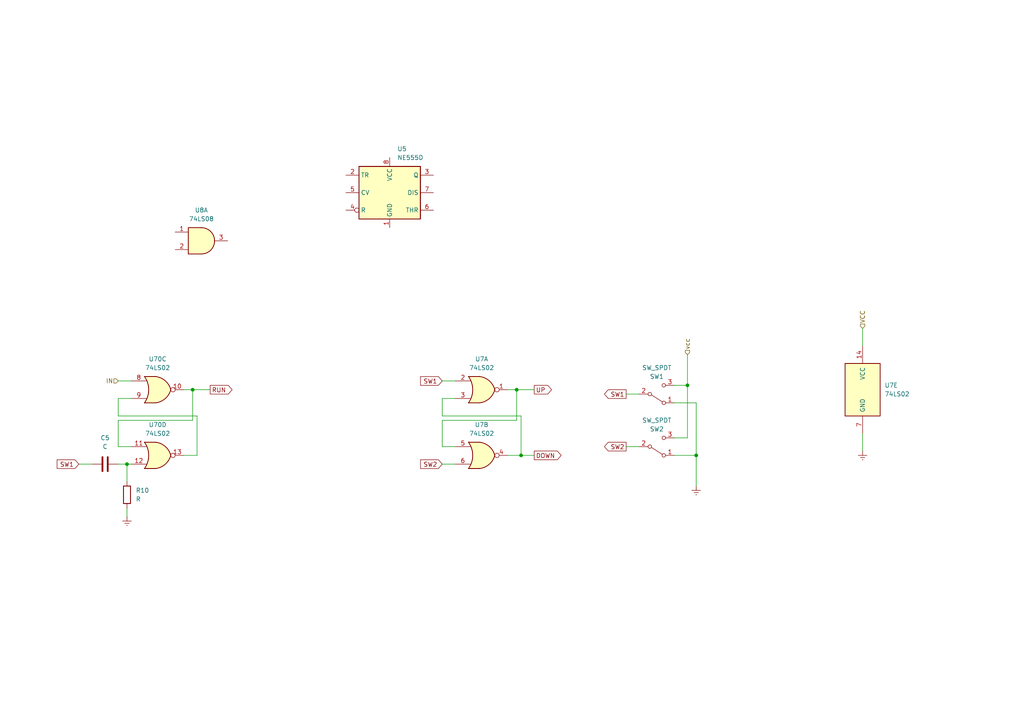
<source format=kicad_sch>
(kicad_sch (version 20230121) (generator eeschema)
  (paper "A4")
  (lib_symbols
    (symbol "74xx:74LS02" (pin_names (offset 1.016))
      (property "Reference" "U" (at 0 1.27 0))
      (property "Value" "74LS02" (at 0 -1.27 0))
      (symbol "74LS02_1_1"
        (arc (start -3.81 -3.81) (mid -2.589 0) (end -3.81 3.81) (stroke (width 0.254)))
        (arc (start -0.6096 -3.81) (mid 2.1842 -2.5851) (end 3.81 0) (stroke (width 0.254)) (fill (type background)))
        (polyline (pts (xy -3.81 -3.81) (xy -0.635 -3.81)) (stroke (width 0.254)) (fill (type background)))
        (polyline (pts (xy -3.81 3.81) (xy -0.635 3.81)) (stroke (width 0.254)) (fill (type background)))
        (polyline (pts (xy -0.635 3.81) (xy -3.81 3.81) (xy -3.81 3.81) (xy -3.556 3.4036) (xy -3.0226 2.2606) (xy -2.6924 1.0414) (xy -2.6162 -0.254) (xy -2.7686 -1.4986) (xy -3.175 -2.7178) (xy -3.81 -3.81) (xy -3.81 -3.81) (xy -0.635 -3.81)) (stroke (width -25.4)) (fill (type background)))
        (arc (start 3.81 0) (mid 2.1915 2.5936) (end -0.6096 3.81) (stroke (width 0.254)) (fill (type background)))
        (pin output inverted (at 7.62 0 180) (length 3.81) (name "~") (number "1"))
        (pin input line (at -7.62 2.54 0) (length 4.318) (name "~") (number "2"))
        (pin input line (at -7.62 -2.54 0) (length 4.318) (name "~") (number "3"))
      )
      (symbol "74LS02_1_2"
        (arc (start 0 -3.81) (mid 3.7934 0) (end 0 3.81) (stroke (width 0.254)) (fill (type background)))
        (polyline (pts (xy 0 3.81) (xy -3.81 3.81) (xy -3.81 -3.81) (xy 0 -3.81)) (stroke (width 0.254)) (fill (type background)))
        (pin output line (at 7.62 0 180) (length 3.81) (name "~") (number "1"))
        (pin input inverted (at -7.62 2.54 0) (length 3.81) (name "~") (number "2"))
        (pin input inverted (at -7.62 -2.54 0) (length 3.81) (name "~") (number "3"))
      )
      (symbol "74LS02_2_1"
        (arc (start -3.81 -3.81) (mid -2.589 0) (end -3.81 3.81) (stroke (width 0.254)))
        (arc (start -0.6096 -3.81) (mid 2.1842 -2.5851) (end 3.81 0) (stroke (width 0.254)) (fill (type background)))
        (polyline (pts (xy -3.81 -3.81) (xy -0.635 -3.81)) (stroke (width 0.254)) (fill (type background)))
        (polyline (pts (xy -3.81 3.81) (xy -0.635 3.81)) (stroke (width 0.254)) (fill (type background)))
        (polyline (pts (xy -0.635 3.81) (xy -3.81 3.81) (xy -3.81 3.81) (xy -3.556 3.4036) (xy -3.0226 2.2606) (xy -2.6924 1.0414) (xy -2.6162 -0.254) (xy -2.7686 -1.4986) (xy -3.175 -2.7178) (xy -3.81 -3.81) (xy -3.81 -3.81) (xy -0.635 -3.81)) (stroke (width -25.4)) (fill (type background)))
        (arc (start 3.81 0) (mid 2.1915 2.5936) (end -0.6096 3.81) (stroke (width 0.254)) (fill (type background)))
        (pin output inverted (at 7.62 0 180) (length 3.81) (name "~") (number "4"))
        (pin input line (at -7.62 2.54 0) (length 4.318) (name "~") (number "5"))
        (pin input line (at -7.62 -2.54 0) (length 4.318) (name "~") (number "6"))
      )
      (symbol "74LS02_2_2"
        (arc (start 0 -3.81) (mid 3.7934 0) (end 0 3.81) (stroke (width 0.254)) (fill (type background)))
        (polyline (pts (xy 0 3.81) (xy -3.81 3.81) (xy -3.81 -3.81) (xy 0 -3.81)) (stroke (width 0.254)) (fill (type background)))
        (pin output line (at 7.62 0 180) (length 3.81) (name "~") (number "4"))
        (pin input inverted (at -7.62 2.54 0) (length 3.81) (name "~") (number "5"))
        (pin input inverted (at -7.62 -2.54 0) (length 3.81) (name "~") (number "6"))
      )
      (symbol "74LS02_3_1"
        (arc (start -3.81 -3.81) (mid -2.589 0) (end -3.81 3.81) (stroke (width 0.254)))
        (arc (start -0.6096 -3.81) (mid 2.1842 -2.5851) (end 3.81 0) (stroke (width 0.254)) (fill (type background)))
        (polyline (pts (xy -3.81 -3.81) (xy -0.635 -3.81)) (stroke (width 0.254)) (fill (type background)))
        (polyline (pts (xy -3.81 3.81) (xy -0.635 3.81)) (stroke (width 0.254)) (fill (type background)))
        (polyline (pts (xy -0.635 3.81) (xy -3.81 3.81) (xy -3.81 3.81) (xy -3.556 3.4036) (xy -3.0226 2.2606) (xy -2.6924 1.0414) (xy -2.6162 -0.254) (xy -2.7686 -1.4986) (xy -3.175 -2.7178) (xy -3.81 -3.81) (xy -3.81 -3.81) (xy -0.635 -3.81)) (stroke (width -25.4)) (fill (type background)))
        (arc (start 3.81 0) (mid 2.1915 2.5936) (end -0.6096 3.81) (stroke (width 0.254)) (fill (type background)))
        (pin output inverted (at 7.62 0 180) (length 3.81) (name "~") (number "10"))
        (pin input line (at -7.62 2.54 0) (length 4.318) (name "~") (number "8"))
        (pin input line (at -7.62 -2.54 0) (length 4.318) (name "~") (number "9"))
      )
      (symbol "74LS02_3_2"
        (arc (start 0 -3.81) (mid 3.7934 0) (end 0 3.81) (stroke (width 0.254)) (fill (type background)))
        (polyline (pts (xy 0 3.81) (xy -3.81 3.81) (xy -3.81 -3.81) (xy 0 -3.81)) (stroke (width 0.254)) (fill (type background)))
        (pin output line (at 7.62 0 180) (length 3.81) (name "~") (number "10"))
        (pin input inverted (at -7.62 2.54 0) (length 3.81) (name "~") (number "8"))
        (pin input inverted (at -7.62 -2.54 0) (length 3.81) (name "~") (number "9"))
      )
      (symbol "74LS02_4_1"
        (arc (start -3.81 -3.81) (mid -2.589 0) (end -3.81 3.81) (stroke (width 0.254)))
        (arc (start -0.6096 -3.81) (mid 2.1842 -2.5851) (end 3.81 0) (stroke (width 0.254)) (fill (type background)))
        (polyline (pts (xy -3.81 -3.81) (xy -0.635 -3.81)) (stroke (width 0.254)) (fill (type background)))
        (polyline (pts (xy -3.81 3.81) (xy -0.635 3.81)) (stroke (width 0.254)) (fill (type background)))
        (polyline (pts (xy -0.635 3.81) (xy -3.81 3.81) (xy -3.81 3.81) (xy -3.556 3.4036) (xy -3.0226 2.2606) (xy -2.6924 1.0414) (xy -2.6162 -0.254) (xy -2.7686 -1.4986) (xy -3.175 -2.7178) (xy -3.81 -3.81) (xy -3.81 -3.81) (xy -0.635 -3.81)) (stroke (width -25.4)) (fill (type background)))
        (arc (start 3.81 0) (mid 2.1915 2.5936) (end -0.6096 3.81) (stroke (width 0.254)) (fill (type background)))
        (pin input line (at -7.62 2.54 0) (length 4.318) (name "~") (number "11"))
        (pin input line (at -7.62 -2.54 0) (length 4.318) (name "~") (number "12"))
        (pin output inverted (at 7.62 0 180) (length 3.81) (name "~") (number "13"))
      )
      (symbol "74LS02_4_2"
        (arc (start 0 -3.81) (mid 3.7934 0) (end 0 3.81) (stroke (width 0.254)) (fill (type background)))
        (polyline (pts (xy 0 3.81) (xy -3.81 3.81) (xy -3.81 -3.81) (xy 0 -3.81)) (stroke (width 0.254)) (fill (type background)))
        (pin input inverted (at -7.62 2.54 0) (length 3.81) (name "~") (number "11"))
        (pin input inverted (at -7.62 -2.54 0) (length 3.81) (name "~") (number "12"))
        (pin output line (at 7.62 0 180) (length 3.81) (name "~") (number "13"))
      )
      (symbol "74LS02_5_0"
        (pin power_in line (at 0 12.7 270) (length 5.08) (name "VCC") (number "14"))
        (pin power_in line (at 0 -12.7 90) (length 5.08) (name "GND") (number "7"))
      )
      (symbol "74LS02_5_1"
        (rectangle (start -5.08 7.62) (end 5.08 -7.62) (stroke (width 0.254)) (fill (type background)))
      )
    )
    (symbol "74xx:74LS08" (pin_names (offset 1.016))
      (property "Reference" "U" (at 0 1.27 0))
      (property "Value" "74LS08" (at 0 -1.27 0))
      (symbol "74LS08_1_1"
        (arc (start 0 -3.81) (mid 3.7934 0) (end 0 3.81) (stroke (width 0.254)) (fill (type background)))
        (polyline (pts (xy 0 3.81) (xy -3.81 3.81) (xy -3.81 -3.81) (xy 0 -3.81)) (stroke (width 0.254)) (fill (type background)))
        (pin input line (at -7.62 2.54 0) (length 3.81) (name "~") (number "1"))
        (pin input line (at -7.62 -2.54 0) (length 3.81) (name "~") (number "2"))
        (pin output line (at 7.62 0 180) (length 3.81) (name "~") (number "3"))
      )
      (symbol "74LS08_1_2"
        (arc (start -3.81 -3.81) (mid -2.589 0) (end -3.81 3.81) (stroke (width 0.254)))
        (arc (start -0.6096 -3.81) (mid 2.1842 -2.5851) (end 3.81 0) (stroke (width 0.254)) (fill (type background)))
        (polyline (pts (xy -3.81 -3.81) (xy -0.635 -3.81)) (stroke (width 0.254)) (fill (type background)))
        (polyline (pts (xy -3.81 3.81) (xy -0.635 3.81)) (stroke (width 0.254)) (fill (type background)))
        (polyline (pts (xy -0.635 3.81) (xy -3.81 3.81) (xy -3.81 3.81) (xy -3.556 3.4036) (xy -3.0226 2.2606) (xy -2.6924 1.0414) (xy -2.6162 -0.254) (xy -2.7686 -1.4986) (xy -3.175 -2.7178) (xy -3.81 -3.81) (xy -3.81 -3.81) (xy -0.635 -3.81)) (stroke (width -25.4)) (fill (type background)))
        (arc (start 3.81 0) (mid 2.1915 2.5936) (end -0.6096 3.81) (stroke (width 0.254)) (fill (type background)))
        (pin input inverted (at -7.62 2.54 0) (length 4.318) (name "~") (number "1"))
        (pin input inverted (at -7.62 -2.54 0) (length 4.318) (name "~") (number "2"))
        (pin output inverted (at 7.62 0 180) (length 3.81) (name "~") (number "3"))
      )
      (symbol "74LS08_2_1"
        (arc (start 0 -3.81) (mid 3.7934 0) (end 0 3.81) (stroke (width 0.254)) (fill (type background)))
        (polyline (pts (xy 0 3.81) (xy -3.81 3.81) (xy -3.81 -3.81) (xy 0 -3.81)) (stroke (width 0.254)) (fill (type background)))
        (pin input line (at -7.62 2.54 0) (length 3.81) (name "~") (number "4"))
        (pin input line (at -7.62 -2.54 0) (length 3.81) (name "~") (number "5"))
        (pin output line (at 7.62 0 180) (length 3.81) (name "~") (number "6"))
      )
      (symbol "74LS08_2_2"
        (arc (start -3.81 -3.81) (mid -2.589 0) (end -3.81 3.81) (stroke (width 0.254)))
        (arc (start -0.6096 -3.81) (mid 2.1842 -2.5851) (end 3.81 0) (stroke (width 0.254)) (fill (type background)))
        (polyline (pts (xy -3.81 -3.81) (xy -0.635 -3.81)) (stroke (width 0.254)) (fill (type background)))
        (polyline (pts (xy -3.81 3.81) (xy -0.635 3.81)) (stroke (width 0.254)) (fill (type background)))
        (polyline (pts (xy -0.635 3.81) (xy -3.81 3.81) (xy -3.81 3.81) (xy -3.556 3.4036) (xy -3.0226 2.2606) (xy -2.6924 1.0414) (xy -2.6162 -0.254) (xy -2.7686 -1.4986) (xy -3.175 -2.7178) (xy -3.81 -3.81) (xy -3.81 -3.81) (xy -0.635 -3.81)) (stroke (width -25.4)) (fill (type background)))
        (arc (start 3.81 0) (mid 2.1915 2.5936) (end -0.6096 3.81) (stroke (width 0.254)) (fill (type background)))
        (pin input inverted (at -7.62 2.54 0) (length 4.318) (name "~") (number "4"))
        (pin input inverted (at -7.62 -2.54 0) (length 4.318) (name "~") (number "5"))
        (pin output inverted (at 7.62 0 180) (length 3.81) (name "~") (number "6"))
      )
      (symbol "74LS08_3_1"
        (arc (start 0 -3.81) (mid 3.7934 0) (end 0 3.81) (stroke (width 0.254)) (fill (type background)))
        (polyline (pts (xy 0 3.81) (xy -3.81 3.81) (xy -3.81 -3.81) (xy 0 -3.81)) (stroke (width 0.254)) (fill (type background)))
        (pin input line (at -7.62 -2.54 0) (length 3.81) (name "~") (number "10"))
        (pin output line (at 7.62 0 180) (length 3.81) (name "~") (number "8"))
        (pin input line (at -7.62 2.54 0) (length 3.81) (name "~") (number "9"))
      )
      (symbol "74LS08_3_2"
        (arc (start -3.81 -3.81) (mid -2.589 0) (end -3.81 3.81) (stroke (width 0.254)))
        (arc (start -0.6096 -3.81) (mid 2.1842 -2.5851) (end 3.81 0) (stroke (width 0.254)) (fill (type background)))
        (polyline (pts (xy -3.81 -3.81) (xy -0.635 -3.81)) (stroke (width 0.254)) (fill (type background)))
        (polyline (pts (xy -3.81 3.81) (xy -0.635 3.81)) (stroke (width 0.254)) (fill (type background)))
        (polyline (pts (xy -0.635 3.81) (xy -3.81 3.81) (xy -3.81 3.81) (xy -3.556 3.4036) (xy -3.0226 2.2606) (xy -2.6924 1.0414) (xy -2.6162 -0.254) (xy -2.7686 -1.4986) (xy -3.175 -2.7178) (xy -3.81 -3.81) (xy -3.81 -3.81) (xy -0.635 -3.81)) (stroke (width -25.4)) (fill (type background)))
        (arc (start 3.81 0) (mid 2.1915 2.5936) (end -0.6096 3.81) (stroke (width 0.254)) (fill (type background)))
        (pin input inverted (at -7.62 -2.54 0) (length 4.318) (name "~") (number "10"))
        (pin output inverted (at 7.62 0 180) (length 3.81) (name "~") (number "8"))
        (pin input inverted (at -7.62 2.54 0) (length 4.318) (name "~") (number "9"))
      )
      (symbol "74LS08_4_1"
        (arc (start 0 -3.81) (mid 3.7934 0) (end 0 3.81) (stroke (width 0.254)) (fill (type background)))
        (polyline (pts (xy 0 3.81) (xy -3.81 3.81) (xy -3.81 -3.81) (xy 0 -3.81)) (stroke (width 0.254)) (fill (type background)))
        (pin output line (at 7.62 0 180) (length 3.81) (name "~") (number "11"))
        (pin input line (at -7.62 2.54 0) (length 3.81) (name "~") (number "12"))
        (pin input line (at -7.62 -2.54 0) (length 3.81) (name "~") (number "13"))
      )
      (symbol "74LS08_4_2"
        (arc (start -3.81 -3.81) (mid -2.589 0) (end -3.81 3.81) (stroke (width 0.254)))
        (arc (start -0.6096 -3.81) (mid 2.1842 -2.5851) (end 3.81 0) (stroke (width 0.254)) (fill (type background)))
        (polyline (pts (xy -3.81 -3.81) (xy -0.635 -3.81)) (stroke (width 0.254)) (fill (type background)))
        (polyline (pts (xy -3.81 3.81) (xy -0.635 3.81)) (stroke (width 0.254)) (fill (type background)))
        (polyline (pts (xy -0.635 3.81) (xy -3.81 3.81) (xy -3.81 3.81) (xy -3.556 3.4036) (xy -3.0226 2.2606) (xy -2.6924 1.0414) (xy -2.6162 -0.254) (xy -2.7686 -1.4986) (xy -3.175 -2.7178) (xy -3.81 -3.81) (xy -3.81 -3.81) (xy -0.635 -3.81)) (stroke (width -25.4)) (fill (type background)))
        (arc (start 3.81 0) (mid 2.1915 2.5936) (end -0.6096 3.81) (stroke (width 0.254)) (fill (type background)))
        (pin output inverted (at 7.62 0 180) (length 3.81) (name "~") (number "11"))
        (pin input inverted (at -7.62 2.54 0) (length 4.318) (name "~") (number "12"))
        (pin input inverted (at -7.62 -2.54 0) (length 4.318) (name "~") (number "13"))
      )
      (symbol "74LS08_5_0"
        (pin power_in line (at 0 12.7 270) (length 5.08) (name "VCC") (number "14"))
        (pin power_in line (at 0 -12.7 90) (length 5.08) (name "GND") (number "7"))
      )
      (symbol "74LS08_5_1"
        (rectangle (start -5.08 7.62) (end 5.08 -7.62) (stroke (width 0.254)) (fill (type background)))
      )
    )
    (symbol "Device:C" (pin_numbers hide) (pin_names (offset 0.254))
      (property "Reference" "C" (at 0.635 2.54 0))
      (property "Value" "C" (at 0.635 -2.54 0))
      (symbol "C_0_1"
        (polyline (pts (xy -2.032 -0.762) (xy 2.032 -0.762)) (stroke (width 0.508)))
        (polyline (pts (xy -2.032 0.762) (xy 2.032 0.762)) (stroke (width 0.508)))
      )
      (symbol "C_1_1"
        (pin passive line (at 0 3.81 270) (length 2.794) (name "~") (number "1"))
        (pin passive line (at 0 -3.81 90) (length 2.794) (name "~") (number "2"))
      )
    )
    (symbol "Device:R" (pin_numbers hide) (pin_names (offset 0))
      (property "Reference" "R" (at 2.032 0 90))
      (property "Value" "R" (at 0 0 90))
      (symbol "R_0_1"
        (rectangle (start -1.016 -2.54) (end 1.016 2.54) (stroke (width 0.254)))
      )
      (symbol "R_1_1"
        (pin passive line (at 0 3.81 270) (length 1.27) (name "~") (number "1"))
        (pin passive line (at 0 -3.81 90) (length 1.27) (name "~") (number "2"))
      )
    )
    (symbol "Switch:SW_SPDT" (pin_names (offset 0) hide)
      (property "Reference" "SW" (at 0 4.318 0))
      (property "Value" "SW_SPDT" (at 0 -5.08 0))
      (symbol "SW_SPDT_0_0"
        (circle (center -2.032 0) (radius 0.508))
        (circle (center 2.032 -2.54) (radius 0.508))
      )
      (symbol "SW_SPDT_0_1"
        (polyline (pts (xy -1.524 0.254) (xy 1.651 2.286)))
        (circle (center 2.032 2.54) (radius 0.508))
      )
      (symbol "SW_SPDT_1_1"
        (pin passive line (at 5.08 2.54 180) (length 2.54) (name "A") (number "1"))
        (pin passive line (at -5.08 0 0) (length 2.54) (name "B") (number "2"))
        (pin passive line (at 5.08 -2.54 180) (length 2.54) (name "C") (number "3"))
      )
    )
    (symbol "Timer:NE555D"
      (property "Reference" "U" (at -10.16 8.89 0))
      (property "Value" "NE555D" (at 2.54 8.89 0))
      (symbol "NE555D_0_0"
        (pin power_in line (at 0 -10.16 90) (length 2.54) (name "GND") (number "1"))
        (pin power_in line (at 0 10.16 270) (length 2.54) (name "VCC") (number "8"))
      )
      (symbol "NE555D_0_1"
        (rectangle (start -8.89 -7.62) (end 8.89 7.62) (stroke (width 0.254)) (fill (type background)))
        (rectangle (start -8.89 -7.62) (end 8.89 7.62) (stroke (width 0.254)) (fill (type background)))
      )
      (symbol "NE555D_1_1"
        (pin input line (at -12.7 5.08 0) (length 3.81) (name "TR") (number "2"))
        (pin output line (at 12.7 5.08 180) (length 3.81) (name "Q") (number "3"))
        (pin input inverted (at -12.7 -5.08 0) (length 3.81) (name "R") (number "4"))
        (pin input line (at -12.7 0 0) (length 3.81) (name "CV") (number "5"))
        (pin input line (at 12.7 -5.08 180) (length 3.81) (name "THR") (number "6"))
        (pin input line (at 12.7 0 180) (length 3.81) (name "DIS") (number "7"))
      )
    )
    (symbol "power:Earth" (power) (pin_names (offset 0))
      (symbol "Earth_0_1"
        (polyline (pts (xy -0.635 -1.905) (xy 0.635 -1.905)))
        (polyline (pts (xy -0.127 -2.54) (xy 0.127 -2.54)))
        (polyline (pts (xy 0 -1.27) (xy 0 0)))
        (polyline (pts (xy 1.27 -1.27) (xy -1.27 -1.27)))
      )
      (symbol "Earth_1_1"
        (pin power_in line (at 0 0 270) (length 0) hide (name "Earth") (number "1"))
      )
    )
  )
  (junction (at 36.83 134.62))
  (junction (at 55.88 113.03))
  (junction (at 149.86 113.03))
  (junction (at 199.39 111.76))
  (junction (at 151.13 132.08))
  (junction (at 201.93 132.08))
  (wire (pts (xy 199.39 102.87) (xy 199.39 111.76)))
  (wire (pts (xy 128.27 115.57) (xy 128.27 120.65)))
  (wire (pts (xy 34.29 120.65) (xy 57.15 120.65)))
  (wire (pts (xy 181.61 114.3) (xy 185.42 114.3)))
  (wire (pts (xy 151.13 132.08) (xy 154.94 132.08)))
  (wire (pts (xy 250.19 125.73) (xy 250.19 130.81)))
  (wire (pts (xy 151.13 120.65) (xy 151.13 132.08)))
  (wire (pts (xy 34.29 134.62) (xy 36.83 134.62)))
  (wire (pts (xy 195.58 116.84) (xy 201.93 116.84)))
  (wire (pts (xy 38.1 115.57) (xy 34.29 115.57)))
  (wire (pts (xy 181.61 129.54) (xy 185.42 129.54)))
  (wire (pts (xy 149.86 113.03) (xy 154.94 113.03)))
  (wire (pts (xy 36.83 134.62) (xy 38.1 134.62)))
  (wire (pts (xy 201.93 132.08) (xy 201.93 140.97)))
  (wire (pts (xy 128.27 129.54) (xy 128.27 121.92)))
  (wire (pts (xy 201.93 132.08) (xy 195.58 132.08)))
  (wire (pts (xy 55.88 113.03) (xy 60.96 113.03)))
  (wire (pts (xy 132.08 115.57) (xy 128.27 115.57)))
  (wire (pts (xy 149.86 113.03) (xy 147.32 113.03)))
  (wire (pts (xy 151.13 132.08) (xy 147.32 132.08)))
  (wire (pts (xy 128.27 134.62) (xy 132.08 134.62)))
  (wire (pts (xy 199.39 111.76) (xy 199.39 127)))
  (wire (pts (xy 128.27 120.65) (xy 151.13 120.65)))
  (wire (pts (xy 57.15 132.08) (xy 53.34 132.08)))
  (wire (pts (xy 55.88 113.03) (xy 53.34 113.03)))
  (wire (pts (xy 195.58 111.76) (xy 199.39 111.76)))
  (wire (pts (xy 36.83 134.62) (xy 36.83 139.7)))
  (wire (pts (xy 36.83 147.32) (xy 36.83 149.86)))
  (wire (pts (xy 34.29 121.92) (xy 55.88 121.92)))
  (wire (pts (xy 38.1 129.54) (xy 34.29 129.54)))
  (wire (pts (xy 57.15 120.65) (xy 57.15 132.08)))
  (wire (pts (xy 199.39 127) (xy 195.58 127)))
  (wire (pts (xy 149.86 121.92) (xy 149.86 113.03)))
  (wire (pts (xy 22.86 134.62) (xy 26.67 134.62)))
  (wire (pts (xy 132.08 129.54) (xy 128.27 129.54)))
  (wire (pts (xy 250.19 95.25) (xy 250.19 100.33)))
  (wire (pts (xy 201.93 116.84) (xy 201.93 132.08)))
  (wire (pts (xy 55.88 121.92) (xy 55.88 113.03)))
  (wire (pts (xy 34.29 129.54) (xy 34.29 121.92)))
  (wire (pts (xy 34.29 110.49) (xy 38.1 110.49)))
  (wire (pts (xy 128.27 121.92) (xy 149.86 121.92)))
  (wire (pts (xy 128.27 110.49) (xy 132.08 110.49)))
  (wire (pts (xy 34.29 115.57) (xy 34.29 120.65)))
  (global_label "RUN" (shape output) (at 60.96 113.03 0) (property "Intersheetrefs" "${INTERSHEET_REFS}" (effects hide)))
  (global_label "SW1" (shape input) (at 22.86 134.62 180) (property "Intersheetrefs" "${INTERSHEET_REFS}" (effects hide)))
  (global_label "UP" (shape output) (at 154.94 113.03 0) (property "Intersheetrefs" "${INTERSHEET_REFS}" (effects hide)))
  (global_label "SW1" (shape output) (at 181.61 114.3 180) (property "Intersheetrefs" "${INTERSHEET_REFS}" (effects hide)))
  (global_label "DOWN" (shape output) (at 154.94 132.08 0) (property "Intersheetrefs" "${INTERSHEET_REFS}" (effects hide)))
  (global_label "SW1" (shape input) (at 128.27 110.49 180) (property "Intersheetrefs" "${INTERSHEET_REFS}" (effects hide)))
  (global_label "SW2" (shape output) (at 181.61 129.54 180) (property "Intersheetrefs" "${INTERSHEET_REFS}" (effects hide)))
  (global_label "SW2" (shape input) (at 128.27 134.62 180) (property "Intersheetrefs" "${INTERSHEET_REFS}" (effects hide)))
  (hierarchical_label "IN" (shape input) (at 34.29 110.49 180))
  (hierarchical_label "VCC" (shape input) (at 250.19 95.25 90))
  (hierarchical_label "vcc" (shape input) (at 199.39 102.87 90))
  (symbol (lib_id "74xx:74LS02") (at 139.7 132.08 0) (unit 2)
    (property "Reference" "U7" (at 139.7 123.19 0))
    (property "Value" "74LS02" (at 139.7 125.73 0))
    (property "Datasheet" "http://www.ti.com/lit/gpn/sn74ls02" (effects hide))
  )
  (symbol (lib_id "Switch:SW_SPDT") (at 190.5 114.3 0) (mirror x) (unit 1)
    (property "Reference" "SW1" (at 190.5 109.22 0))
    (property "Value" "SW_SPDT" (at 190.5 106.68 0))
  )
  (symbol (lib_id "Timer:NE555D") (at 113.03 55.88 0) (unit 1)
    (property "Reference" "U5" (at 115.2241 43.18 0) (effects (justify left)))
    (property "Value" "NE555D" (at 115.2241 45.72 0) (effects (justify left)))
    (property "Footprint" "Package_SO:SOIC-8_3.9x4.9mm_P1.27mm" (effects hide))
    (property "Datasheet" "http://www.ti.com/lit/ds/symlink/ne555.pdf" (effects hide))
  )
  (symbol (lib_id "Device:C") (at 30.48 134.62 90) (unit 1)
    (property "Reference" "C5" (at 30.48 127 90))
    (property "Value" "C" (at 30.48 129.54 90))
  )
  (symbol (lib_id "Device:R") (at 36.83 143.51 0) (unit 1)
    (property "Reference" "R10" (at 39.37 142.24 0) (effects (justify left)))
    (property "Value" "R" (at 39.37 144.78 0) (effects (justify left)))
  )
  (symbol (lib_id "74xx:74LS02") (at 139.7 113.03 0) (unit 1)
    (property "Reference" "U7" (at 139.7 104.14 0))
    (property "Value" "74LS02" (at 139.7 106.68 0))
    (property "Datasheet" "http://www.ti.com/lit/gpn/sn74ls02" (effects hide))
  )
  (symbol (lib_id "power:Earth") (at 250.19 130.81 0) (unit 1)
    (property "Reference" "#PWR05" (effects hide))
    (property "Value" "Earth" (effects hide))
  )
  (symbol (lib_id "74xx:74LS02") (at 250.19 113.03 0) (unit 5)
    (property "Reference" "U7" (at 256.54 111.76 0) (effects (justify left)))
    (property "Value" "74LS02" (at 256.54 114.3 0) (effects (justify left)))
    (property "Datasheet" "http://www.ti.com/lit/gpn/sn74ls02" (effects hide))
  )
  (symbol (lib_id "74xx:74LS02") (at 45.72 132.08 0) (unit 4)
    (property "Reference" "U70" (at 45.72 123.19 0))
    (property "Value" "74LS02" (at 45.72 125.73 0))
    (property "Datasheet" "http://www.ti.com/lit/gpn/sn74ls02" (effects hide))
  )
  (symbol (lib_id "power:Earth") (at 36.83 149.86 0) (unit 1)
    (property "Reference" "#PWR07" (effects hide))
    (property "Value" "Earth" (effects hide))
  )
  (symbol (lib_id "power:Earth") (at 201.93 140.97 0) (unit 1)
    (property "Reference" "#PWR06" (effects hide))
    (property "Value" "Earth" (effects hide))
  )
  (symbol (lib_id "74xx:74LS02") (at 45.72 113.03 0) (unit 3)
    (property "Reference" "U70" (at 45.72 104.14 0))
    (property "Value" "74LS02" (at 45.72 106.68 0))
    (property "Datasheet" "http://www.ti.com/lit/gpn/sn74ls02" (effects hide))
  )
  (symbol (lib_id "74xx:74LS08") (at 58.42 69.85 0) (unit 1)
    (property "Reference" "U8" (at 58.4117 60.96 0))
    (property "Value" "74LS08" (at 58.4117 63.5 0))
    (property "Datasheet" "http://www.ti.com/lit/gpn/sn74LS08" (effects hide))
  )
  (symbol (lib_id "Switch:SW_SPDT") (at 190.5 129.54 0) (mirror x) (unit 1)
    (property "Reference" "SW2" (at 190.5 124.46 0))
    (property "Value" "SW_SPDT" (at 190.5 121.92 0))
  )
)
</source>
